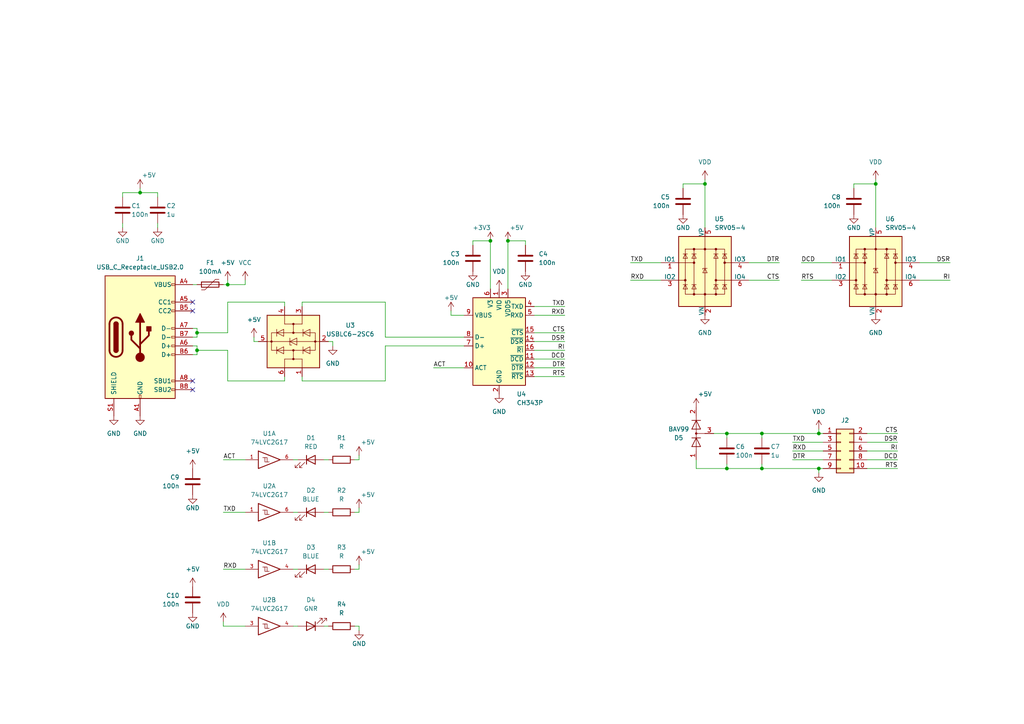
<source format=kicad_sch>
(kicad_sch (version 20211123) (generator eeschema)
  (paper "A4")
  (lib_symbols
    (symbol "74xGxx:74LVC2G17" (pin_names (offset 1.016))
      (property "Reference" "U" (at -2.54 3.81 0))
      (property "Value" "74LVC2G17" (at 0 -3.81 0))
      (symbol "74LVC2G17_0_1"
        (polyline (pts (xy -1.905 0.635) (xy -1.27 0.635) (xy -1.27 -0.635)))
        (polyline (pts (xy -3.81 2.54) (xy -3.81 -2.54) (xy 2.54 0) (xy -3.81 2.54)) (stroke (width 0.254)))
        (polyline (pts (xy -2.54 0.635) (xy -1.905 0.635) (xy -1.905 -0.635) (xy -0.635 -0.635)))
        (pin power_in line (at 0 -2.54 270) (length 0) hide (name "GND") (number "2"))
        (pin power_in line (at 0 2.54 90) (length 0) hide (name "VCC") (number "5"))
      )
      (symbol "74LVC2G17_1_1"
        (pin input line (at -7.62 0 0) (length 3.81) (name "~") (number "1"))
        (pin output line (at 6.35 0 180) (length 3.81) (name "~") (number "6"))
      )
      (symbol "74LVC2G17_2_1"
        (pin input line (at -7.62 0 0) (length 3.81) (name "~") (number "3"))
        (pin output line (at 6.35 0 180) (length 3.81) (name "~") (number "4"))
      )
    )
    (symbol "Connector:USB_C_Receptacle_USB2.0" (pin_names (offset 1.016))
      (property "Reference" "J" (at -10.16 19.05 0))
      (property "Value" "USB_C_Receptacle_USB2.0" (at 19.05 19.05 0))
      (symbol "USB_C_Receptacle_USB2.0_0_0"
        (rectangle (start -0.254 -17.78) (end 0.254 -16.764))
        (rectangle (start 10.16 -14.986) (end 9.144 -15.494))
        (rectangle (start 10.16 -12.446) (end 9.144 -12.954))
        (rectangle (start 10.16 -4.826) (end 9.144 -5.334))
        (rectangle (start 10.16 -2.286) (end 9.144 -2.794))
        (rectangle (start 10.16 0.254) (end 9.144 -0.254))
        (rectangle (start 10.16 2.794) (end 9.144 2.286))
        (rectangle (start 10.16 7.874) (end 9.144 7.366))
        (rectangle (start 10.16 10.414) (end 9.144 9.906))
        (rectangle (start 10.16 15.494) (end 9.144 14.986))
      )
      (symbol "USB_C_Receptacle_USB2.0_0_1"
        (rectangle (start -10.16 17.78) (end 10.16 -17.78) (stroke (width 0.254)) (fill (type background)))
        (arc (start -8.89 -3.81) (mid -6.985 -5.715) (end -5.08 -3.81) (stroke (width 0.508)))
        (arc (start -7.62 -3.81) (mid -6.985 -4.445) (end -6.35 -3.81) (stroke (width 0.254)))
        (arc (start -7.62 -3.81) (mid -6.985 -4.445) (end -6.35 -3.81) (stroke (width 0.254)) (fill (type outline)))
        (rectangle (start -7.62 -3.81) (end -6.35 3.81) (stroke (width 0.254)) (fill (type outline)))
        (arc (start -6.35 3.81) (mid -6.985 4.445) (end -7.62 3.81) (stroke (width 0.254)))
        (arc (start -6.35 3.81) (mid -6.985 4.445) (end -7.62 3.81) (stroke (width 0.254)) (fill (type outline)))
        (arc (start -5.08 3.81) (mid -6.985 5.715) (end -8.89 3.81) (stroke (width 0.508)))
        (circle (center -2.54 1.143) (radius 0.635) (stroke (width 0.254)) (fill (type outline)))
        (circle (center 0 -5.842) (radius 1.27) (fill (type outline)))
        (polyline (pts (xy -8.89 -3.81) (xy -8.89 3.81)) (stroke (width 0.508)))
        (polyline (pts (xy -5.08 3.81) (xy -5.08 -3.81)) (stroke (width 0.508)))
        (polyline (pts (xy 0 -5.842) (xy 0 4.318)) (stroke (width 0.508)))
        (polyline (pts (xy 0 -3.302) (xy -2.54 -0.762) (xy -2.54 0.508)) (stroke (width 0.508)))
        (polyline (pts (xy 0 -2.032) (xy 2.54 0.508) (xy 2.54 1.778)) (stroke (width 0.508)))
        (polyline (pts (xy -1.27 4.318) (xy 0 6.858) (xy 1.27 4.318) (xy -1.27 4.318)) (stroke (width 0.254)) (fill (type outline)))
        (rectangle (start 1.905 1.778) (end 3.175 3.048) (stroke (width 0.254)) (fill (type outline)))
      )
      (symbol "USB_C_Receptacle_USB2.0_1_1"
        (pin passive line (at 0 -22.86 90) (length 5.08) (name "GND") (number "A1"))
        (pin passive line (at 0 -22.86 90) (length 5.08) hide (name "GND") (number "A12"))
        (pin passive line (at 15.24 15.24 180) (length 5.08) (name "VBUS") (number "A4"))
        (pin bidirectional line (at 15.24 10.16 180) (length 5.08) (name "CC1") (number "A5"))
        (pin bidirectional line (at 15.24 -2.54 180) (length 5.08) (name "D+") (number "A6"))
        (pin bidirectional line (at 15.24 2.54 180) (length 5.08) (name "D-") (number "A7"))
        (pin bidirectional line (at 15.24 -12.7 180) (length 5.08) (name "SBU1") (number "A8"))
        (pin passive line (at 15.24 15.24 180) (length 5.08) hide (name "VBUS") (number "A9"))
        (pin passive line (at 0 -22.86 90) (length 5.08) hide (name "GND") (number "B1"))
        (pin passive line (at 0 -22.86 90) (length 5.08) hide (name "GND") (number "B12"))
        (pin passive line (at 15.24 15.24 180) (length 5.08) hide (name "VBUS") (number "B4"))
        (pin bidirectional line (at 15.24 7.62 180) (length 5.08) (name "CC2") (number "B5"))
        (pin bidirectional line (at 15.24 -5.08 180) (length 5.08) (name "D+") (number "B6"))
        (pin bidirectional line (at 15.24 0 180) (length 5.08) (name "D-") (number "B7"))
        (pin bidirectional line (at 15.24 -15.24 180) (length 5.08) (name "SBU2") (number "B8"))
        (pin passive line (at 15.24 15.24 180) (length 5.08) hide (name "VBUS") (number "B9"))
        (pin passive line (at -7.62 -22.86 90) (length 5.08) (name "SHIELD") (number "S1"))
      )
    )
    (symbol "Connector_Generic:Conn_02x05_Odd_Even" (pin_names (offset 1.016) hide)
      (property "Reference" "J" (at 1.27 7.62 0))
      (property "Value" "Conn_02x05_Odd_Even" (at 1.27 -7.62 0))
      (symbol "Conn_02x05_Odd_Even_1_1"
        (rectangle (start -1.27 -4.953) (end 0 -5.207) (stroke (width 0.1524)))
        (rectangle (start -1.27 -2.413) (end 0 -2.667) (stroke (width 0.1524)))
        (rectangle (start -1.27 0.127) (end 0 -0.127) (stroke (width 0.1524)))
        (rectangle (start -1.27 2.667) (end 0 2.413) (stroke (width 0.1524)))
        (rectangle (start -1.27 5.207) (end 0 4.953) (stroke (width 0.1524)))
        (rectangle (start -1.27 6.35) (end 3.81 -6.35) (stroke (width 0.254)) (fill (type background)))
        (rectangle (start 3.81 -4.953) (end 2.54 -5.207) (stroke (width 0.1524)))
        (rectangle (start 3.81 -2.413) (end 2.54 -2.667) (stroke (width 0.1524)))
        (rectangle (start 3.81 0.127) (end 2.54 -0.127) (stroke (width 0.1524)))
        (rectangle (start 3.81 2.667) (end 2.54 2.413) (stroke (width 0.1524)))
        (rectangle (start 3.81 5.207) (end 2.54 4.953) (stroke (width 0.1524)))
        (pin passive line (at -5.08 5.08 0) (length 3.81) (name "Pin_1") (number "1"))
        (pin passive line (at 7.62 -5.08 180) (length 3.81) (name "Pin_10") (number "10"))
        (pin passive line (at 7.62 5.08 180) (length 3.81) (name "Pin_2") (number "2"))
        (pin passive line (at -5.08 2.54 0) (length 3.81) (name "Pin_3") (number "3"))
        (pin passive line (at 7.62 2.54 180) (length 3.81) (name "Pin_4") (number "4"))
        (pin passive line (at -5.08 0 0) (length 3.81) (name "Pin_5") (number "5"))
        (pin passive line (at 7.62 0 180) (length 3.81) (name "Pin_6") (number "6"))
        (pin passive line (at -5.08 -2.54 0) (length 3.81) (name "Pin_7") (number "7"))
        (pin passive line (at 7.62 -2.54 180) (length 3.81) (name "Pin_8") (number "8"))
        (pin passive line (at -5.08 -5.08 0) (length 3.81) (name "Pin_9") (number "9"))
      )
    )
    (symbol "Device:C" (pin_numbers hide) (pin_names (offset 0.254))
      (property "Reference" "C" (at 0.635 2.54 0))
      (property "Value" "C" (at 0.635 -2.54 0))
      (symbol "C_0_1"
        (polyline (pts (xy -2.032 -0.762) (xy 2.032 -0.762)) (stroke (width 0.508)))
        (polyline (pts (xy -2.032 0.762) (xy 2.032 0.762)) (stroke (width 0.508)))
      )
      (symbol "C_1_1"
        (pin passive line (at 0 3.81 270) (length 2.794) (name "~") (number "1"))
        (pin passive line (at 0 -3.81 90) (length 2.794) (name "~") (number "2"))
      )
    )
    (symbol "Device:LED" (pin_numbers hide) (pin_names (offset 1.016) hide)
      (property "Reference" "D" (at 0 2.54 0))
      (property "Value" "LED" (at 0 -2.54 0))
      (symbol "LED_0_1"
        (polyline (pts (xy -1.27 -1.27) (xy -1.27 1.27)) (stroke (width 0.254)))
        (polyline (pts (xy -1.27 0) (xy 1.27 0)))
        (polyline (pts (xy 1.27 -1.27) (xy 1.27 1.27) (xy -1.27 0) (xy 1.27 -1.27)) (stroke (width 0.254)))
        (polyline (pts (xy -3.048 -0.762) (xy -4.572 -2.286) (xy -3.81 -2.286) (xy -4.572 -2.286) (xy -4.572 -1.524)))
        (polyline (pts (xy -1.778 -0.762) (xy -3.302 -2.286) (xy -2.54 -2.286) (xy -3.302 -2.286) (xy -3.302 -1.524)))
      )
      (symbol "LED_1_1"
        (pin passive line (at -3.81 0 0) (length 2.54) (name "K") (number "1"))
        (pin passive line (at 3.81 0 180) (length 2.54) (name "A") (number "2"))
      )
    )
    (symbol "Device:Polyfuse" (pin_numbers hide) (pin_names (offset 0))
      (property "Reference" "F" (at -2.54 0 90))
      (property "Value" "Polyfuse" (at 2.54 0 90))
      (symbol "Polyfuse_0_1"
        (rectangle (start -0.762 2.54) (end 0.762 -2.54) (stroke (width 0.254)))
        (polyline (pts (xy 0 2.54) (xy 0 -2.54)))
        (polyline (pts (xy -1.524 2.54) (xy -1.524 1.524) (xy 1.524 -1.524) (xy 1.524 -2.54)))
      )
      (symbol "Polyfuse_1_1"
        (pin passive line (at 0 3.81 270) (length 1.27) (name "~") (number "1"))
        (pin passive line (at 0 -3.81 90) (length 1.27) (name "~") (number "2"))
      )
    )
    (symbol "Device:R" (pin_numbers hide) (pin_names (offset 0))
      (property "Reference" "R" (at 2.032 0 90))
      (property "Value" "R" (at 0 0 90))
      (symbol "R_0_1"
        (rectangle (start -1.016 -2.54) (end 1.016 2.54) (stroke (width 0.254)))
      )
      (symbol "R_1_1"
        (pin passive line (at 0 3.81 270) (length 1.27) (name "~") (number "1"))
        (pin passive line (at 0 -3.81 90) (length 1.27) (name "~") (number "2"))
      )
    )
    (symbol "Diode:BAV99" (pin_names hide)
      (property "Reference" "D" (at 0 5.08 0))
      (property "Value" "BAV99" (at 0 2.54 0))
      (symbol "BAV99_0_1"
        (polyline (pts (xy -5.08 0) (xy 5.08 0)))
      )
      (symbol "BAV99_1_1"
        (polyline (pts (xy 0 0) (xy 0 -2.54)))
        (polyline (pts (xy -1.27 -1.27) (xy -1.27 1.27) (xy -1.27 1.27)) (stroke (width 0.2032)))
        (polyline (pts (xy 3.81 1.27) (xy 3.81 -1.27) (xy 3.81 -1.27)) (stroke (width 0.2032)))
        (polyline (pts (xy -3.81 1.27) (xy -1.27 0) (xy -3.81 -1.27) (xy -3.81 1.27) (xy -3.81 1.27) (xy -3.81 1.27)) (stroke (width 0.2032)))
        (polyline (pts (xy 1.27 1.27) (xy 3.81 0) (xy 1.27 -1.27) (xy 1.27 1.27) (xy 1.27 1.27) (xy 1.27 1.27)) (stroke (width 0.2032)))
        (circle (center 0 0) (radius 0.254) (fill (type outline)))
        (pin passive line (at -7.62 0 0) (length 2.54) (name "K") (number "1"))
        (pin passive line (at 7.62 0 180) (length 2.54) (name "A") (number "2"))
        (pin passive line (at 0 -5.08 90) (length 2.54) (name "K") (number "3"))
      )
    )
    (symbol "Power_Protection:SRV05-4" (pin_names (offset 0))
      (property "Reference" "U" (at -5.08 11.43 0))
      (property "Value" "SRV05-4" (at 2.54 11.43 0))
      (symbol "SRV05-4_0_0"
        (rectangle (start -5.715 6.477) (end 5.715 -6.604))
        (polyline (pts (xy -3.175 -6.604) (xy -3.175 6.477)))
        (polyline (pts (xy 3.175 6.477) (xy 3.175 -6.604)))
      )
      (symbol "SRV05-4_0_1"
        (rectangle (start -7.62 10.16) (end 7.62 -10.16) (stroke (width 0.254)) (fill (type background)))
        (circle (center -5.715 -2.54) (radius 0.2794) (fill (type outline)))
        (circle (center -3.175 -6.604) (radius 0.2794) (fill (type outline)))
        (circle (center -3.175 2.54) (radius 0.2794) (fill (type outline)))
        (circle (center -3.175 6.477) (radius 0.2794) (fill (type outline)))
        (circle (center 0 -6.604) (radius 0.2794) (fill (type outline)))
        (polyline (pts (xy -7.747 2.54) (xy -3.175 2.54)))
        (polyline (pts (xy -7.62 -2.54) (xy -5.715 -2.54)))
        (polyline (pts (xy -5.08 -3.81) (xy -6.35 -3.81)))
        (polyline (pts (xy -5.08 5.08) (xy -6.35 5.08)))
        (polyline (pts (xy -2.54 -3.81) (xy -3.81 -3.81)))
        (polyline (pts (xy -2.54 5.08) (xy -3.81 5.08)))
        (polyline (pts (xy 0 10.16) (xy 0 -10.16)))
        (polyline (pts (xy 3.81 -3.81) (xy 2.54 -3.81)))
        (polyline (pts (xy 3.81 5.08) (xy 2.54 5.08)))
        (polyline (pts (xy 6.35 -3.81) (xy 5.08 -3.81)))
        (polyline (pts (xy 6.35 5.08) (xy 5.08 5.08)))
        (polyline (pts (xy 7.62 -2.54) (xy 3.175 -2.54)))
        (polyline (pts (xy 7.62 2.54) (xy 5.715 2.54)))
        (polyline (pts (xy 0.635 0.889) (xy -0.635 0.889) (xy -0.635 0.635)))
        (polyline (pts (xy -5.08 -5.08) (xy -6.35 -5.08) (xy -5.715 -3.81) (xy -5.08 -5.08)))
        (polyline (pts (xy -5.08 3.81) (xy -6.35 3.81) (xy -5.715 5.08) (xy -5.08 3.81)))
        (polyline (pts (xy -2.54 -5.08) (xy -3.81 -5.08) (xy -3.175 -3.81) (xy -2.54 -5.08)))
        (polyline (pts (xy -2.54 3.81) (xy -3.81 3.81) (xy -3.175 5.08) (xy -2.54 3.81)))
        (polyline (pts (xy 0.635 -0.381) (xy -0.635 -0.381) (xy 0 0.889) (xy 0.635 -0.381)))
        (polyline (pts (xy 3.81 -5.08) (xy 2.54 -5.08) (xy 3.175 -3.81) (xy 3.81 -5.08)))
        (polyline (pts (xy 3.81 3.81) (xy 2.54 3.81) (xy 3.175 5.08) (xy 3.81 3.81)))
        (polyline (pts (xy 6.35 -5.08) (xy 5.08 -5.08) (xy 5.715 -3.81) (xy 6.35 -5.08)))
        (polyline (pts (xy 6.35 3.81) (xy 5.08 3.81) (xy 5.715 5.08) (xy 6.35 3.81)))
        (circle (center 0 6.477) (radius 0.2794) (fill (type outline)))
        (circle (center 3.175 -6.604) (radius 0.2794) (fill (type outline)))
        (circle (center 3.175 -2.54) (radius 0.2794) (fill (type outline)))
        (circle (center 3.175 6.477) (radius 0.2794) (fill (type outline)))
        (circle (center 5.715 2.54) (radius 0.2794) (fill (type outline)))
      )
      (symbol "SRV05-4_1_1"
        (pin passive line (at -12.7 2.54 0) (length 5.08) (name "IO1") (number "1"))
        (pin passive line (at 0 -12.7 90) (length 2.54) (name "VN") (number "2"))
        (pin passive line (at -12.7 -2.54 0) (length 5.08) (name "IO2") (number "3"))
        (pin passive line (at 12.7 2.54 180) (length 5.08) (name "IO3") (number "4"))
        (pin passive line (at 0 12.7 270) (length 2.54) (name "VP") (number "5"))
        (pin passive line (at 12.7 -2.54 180) (length 5.08) (name "IO4") (number "6"))
      )
    )
    (symbol "Power_Protection:USBLC6-2SC6" (pin_names hide)
      (property "Reference" "U" (at 2.54 8.89 0))
      (property "Value" "USBLC6-2SC6" (at 2.54 -8.89 0))
      (symbol "USBLC6-2SC6_0_1"
        (rectangle (start -7.62 -7.62) (end 7.62 7.62) (stroke (width 0.254)) (fill (type background)))
        (circle (center -5.08 0) (radius 0.254) (fill (type outline)))
        (circle (center -2.54 0) (radius 0.254) (fill (type outline)))
        (rectangle (start -2.54 6.35) (end 2.54 -6.35))
        (circle (center 0 -6.35) (radius 0.254) (fill (type outline)))
        (polyline (pts (xy -5.08 -2.54) (xy -7.62 -2.54)))
        (polyline (pts (xy -5.08 0) (xy -5.08 -2.54)))
        (polyline (pts (xy -5.08 2.54) (xy -7.62 2.54)))
        (polyline (pts (xy -1.524 -2.794) (xy -3.556 -2.794)))
        (polyline (pts (xy -1.524 4.826) (xy -3.556 4.826)))
        (polyline (pts (xy 0 -7.62) (xy 0 -6.35)))
        (polyline (pts (xy 0 -6.35) (xy 0 1.27)))
        (polyline (pts (xy 0 1.27) (xy 0 6.35)))
        (polyline (pts (xy 0 6.35) (xy 0 7.62)))
        (polyline (pts (xy 1.524 -2.794) (xy 3.556 -2.794)))
        (polyline (pts (xy 1.524 4.826) (xy 3.556 4.826)))
        (polyline (pts (xy 5.08 -2.54) (xy 7.62 -2.54)))
        (polyline (pts (xy 5.08 0) (xy 5.08 -2.54)))
        (polyline (pts (xy 5.08 2.54) (xy 7.62 2.54)))
        (polyline (pts (xy -2.54 0) (xy -5.08 0) (xy -5.08 2.54)))
        (polyline (pts (xy 2.54 0) (xy 5.08 0) (xy 5.08 2.54)))
        (polyline (pts (xy -3.556 -4.826) (xy -1.524 -4.826) (xy -2.54 -2.794) (xy -3.556 -4.826)))
        (polyline (pts (xy -3.556 2.794) (xy -1.524 2.794) (xy -2.54 4.826) (xy -3.556 2.794)))
        (polyline (pts (xy -1.016 -1.016) (xy 1.016 -1.016) (xy 0 1.016) (xy -1.016 -1.016)))
        (polyline (pts (xy 1.016 1.016) (xy 0.762 1.016) (xy -1.016 1.016) (xy -1.016 0.508)))
        (polyline (pts (xy 3.556 -4.826) (xy 1.524 -4.826) (xy 2.54 -2.794) (xy 3.556 -4.826)))
        (polyline (pts (xy 3.556 2.794) (xy 1.524 2.794) (xy 2.54 4.826) (xy 3.556 2.794)))
        (circle (center 0 6.35) (radius 0.254) (fill (type outline)))
        (circle (center 2.54 0) (radius 0.254) (fill (type outline)))
        (circle (center 5.08 0) (radius 0.254) (fill (type outline)))
      )
      (symbol "USBLC6-2SC6_1_1"
        (pin passive line (at -10.16 -2.54 0) (length 2.54) (name "I/O1") (number "1"))
        (pin passive line (at 0 -10.16 90) (length 2.54) (name "GND") (number "2"))
        (pin passive line (at 10.16 -2.54 180) (length 2.54) (name "I/O2") (number "3"))
        (pin passive line (at 10.16 2.54 180) (length 2.54) (name "I/O2") (number "4"))
        (pin passive line (at 0 10.16 270) (length 2.54) (name "VBUS") (number "5"))
        (pin passive line (at -10.16 2.54 0) (length 2.54) (name "I/O1") (number "6"))
      )
    )
    (symbol "power:+3V3" (power) (pin_names (offset 0))
      (property "Value" "+3V3" (at 0 3.556 0))
      (symbol "+3V3_0_1"
        (polyline (pts (xy -0.762 1.27) (xy 0 2.54)))
        (polyline (pts (xy 0 0) (xy 0 2.54)))
        (polyline (pts (xy 0 2.54) (xy 0.762 1.27)))
      )
      (symbol "+3V3_1_1"
        (pin power_in line (at 0 0 90) (length 0) hide (name "+3V3") (number "1"))
      )
    )
    (symbol "power:+5V" (power) (pin_names (offset 0))
      (property "Value" "+5V" (at 0 3.556 0))
      (symbol "+5V_0_1"
        (polyline (pts (xy -0.762 1.27) (xy 0 2.54)))
        (polyline (pts (xy 0 0) (xy 0 2.54)))
        (polyline (pts (xy 0 2.54) (xy 0.762 1.27)))
      )
      (symbol "+5V_1_1"
        (pin power_in line (at 0 0 90) (length 0) hide (name "+5V") (number "1"))
      )
    )
    (symbol "power:GND" (power) (pin_names (offset 0))
      (property "Value" "GND" (at 0 -3.81 0))
      (symbol "GND_0_1"
        (polyline (pts (xy 0 0) (xy 0 -1.27) (xy 1.27 -1.27) (xy 0 -2.54) (xy -1.27 -1.27) (xy 0 -1.27)))
      )
      (symbol "GND_1_1"
        (pin power_in line (at 0 0 270) (length 0) hide (name "GND") (number "1"))
      )
    )
    (symbol "power:VCC" (power) (pin_names (offset 0))
      (property "Value" "VCC" (at 0 3.81 0))
      (symbol "VCC_0_1"
        (polyline (pts (xy -0.762 1.27) (xy 0 2.54)))
        (polyline (pts (xy 0 0) (xy 0 2.54)))
        (polyline (pts (xy 0 2.54) (xy 0.762 1.27)))
      )
      (symbol "VCC_1_1"
        (pin power_in line (at 0 0 90) (length 0) hide (name "VCC") (number "1"))
      )
    )
    (symbol "power:VDD" (power) (pin_names (offset 0))
      (property "Value" "VDD" (at 0 3.81 0))
      (symbol "VDD_0_1"
        (polyline (pts (xy -0.762 1.27) (xy 0 2.54)))
        (polyline (pts (xy 0 0) (xy 0 2.54)))
        (polyline (pts (xy 0 2.54) (xy 0.762 1.27)))
      )
      (symbol "VDD_1_1"
        (pin power_in line (at 0 0 90) (length 0) hide (name "VDD") (number "1"))
      )
    )
    (symbol "wch:CH343P"
      (property "Reference" "U?" (at 2.0194 -15.24 0))
      (property "Value" "CH343P" (at 2.0194 -17.78 0))
      (symbol "CH343P_0_1"
        (rectangle (start -7.62 12.7) (end 7.62 -12.7) (stroke (width 0.254)) (fill (type background)))
      )
      (symbol "CH343P_1_1"
        (pin power_in line (at 0 15.24 270) (length 2.54) (name "VIO") (number "1"))
        (pin input line (at -10.16 -7.62 0) (length 2.54) (name "ACT") (number "10"))
        (pin input line (at 10.16 -5.08 180) (length 2.54) (name "~{DCD}") (number "11"))
        (pin output line (at 10.16 -7.62 180) (length 2.54) (name "~{DTR}") (number "12"))
        (pin output line (at 10.16 -10.16 180) (length 2.54) (name "~{RTS}") (number "13"))
        (pin input line (at 10.16 0 180) (length 2.54) (name "~{DSR}") (number "14"))
        (pin input line (at 10.16 2.54 180) (length 2.54) (name "~{CTS}") (number "15"))
        (pin input line (at 10.16 -2.54 180) (length 2.54) (name "~{RI}") (number "16"))
        (pin power_in line (at 0 -15.24 90) (length 2.54) hide (name "GND") (number "17"))
        (pin power_in line (at 0 -15.24 90) (length 2.54) (name "GND") (number "2"))
        (pin passive line (at 2.54 15.24 270) (length 2.54) (name "VDD5") (number "3"))
        (pin output line (at 10.16 10.16 180) (length 2.54) (name "TXD") (number "4"))
        (pin input line (at 10.16 7.62 180) (length 2.54) (name "RXD") (number "5"))
        (pin passive line (at -2.54 15.24 270) (length 2.54) (name "V3") (number "6"))
        (pin bidirectional line (at -10.16 -1.27 0) (length 2.54) (name "D+") (number "7"))
        (pin bidirectional line (at -10.16 1.27 0) (length 2.54) (name "D-") (number "8"))
        (pin input line (at -10.16 7.62 0) (length 2.54) (name "VBUS") (number "9"))
      )
    )
  )
  (junction (at 57.15 96.52))
  (junction (at 237.49 135.89))
  (junction (at 210.82 125.73))
  (junction (at 57.15 101.6))
  (junction (at 66.04 82.55))
  (junction (at 40.64 55.88))
  (junction (at 220.98 135.89))
  (junction (at 220.98 125.73))
  (junction (at 237.49 125.73))
  (junction (at 254 53.34))
  (junction (at 204.47 53.34))
  (junction (at 147.32 69.85))
  (junction (at 210.82 135.89))
  (junction (at 142.24 69.85))
  (no_connect (at 55.88 113.03))
  (no_connect (at 55.88 90.17))
  (no_connect (at 55.88 87.63))
  (no_connect (at 55.88 110.49))
  (wire (pts (xy 154.94 106.68) (xy 163.83 106.68)))
  (wire (pts (xy 210.82 135.89) (xy 220.98 135.89)))
  (wire (pts (xy 66.04 87.63) (xy 82.55 87.63)))
  (wire (pts (xy 64.77 148.59) (xy 71.12 148.59)))
  (wire (pts (xy 66.04 110.49) (xy 82.55 110.49)))
  (wire (pts (xy 111.76 97.79) (xy 111.76 87.63)))
  (wire (pts (xy 154.94 109.22) (xy 163.83 109.22)))
  (wire (pts (xy 154.94 104.14) (xy 163.83 104.14)))
  (wire (pts (xy 247.65 53.34) (xy 254 53.34)))
  (wire (pts (xy 104.14 181.61) (xy 104.14 182.88)))
  (wire (pts (xy 142.24 83.82) (xy 142.24 69.85)))
  (wire (pts (xy 57.15 96.52) (xy 66.04 96.52)))
  (wire (pts (xy 254 53.34) (xy 254 66.04)))
  (wire (pts (xy 93.98 165.1) (xy 95.25 165.1)))
  (wire (pts (xy 238.76 128.27) (xy 229.87 128.27)))
  (wire (pts (xy 204.47 53.34) (xy 204.47 66.04)))
  (wire (pts (xy 35.56 55.88) (xy 40.64 55.88)))
  (wire (pts (xy 87.63 109.22) (xy 87.63 110.49)))
  (wire (pts (xy 251.46 133.35) (xy 260.35 133.35)))
  (wire (pts (xy 111.76 87.63) (xy 87.63 87.63)))
  (wire (pts (xy 102.87 181.61) (xy 104.14 181.61)))
  (wire (pts (xy 247.65 54.61) (xy 247.65 53.34)))
  (wire (pts (xy 147.32 69.85) (xy 152.4 69.85)))
  (wire (pts (xy 147.32 83.82) (xy 147.32 69.85)))
  (wire (pts (xy 198.12 53.34) (xy 204.47 53.34)))
  (wire (pts (xy 55.88 95.25) (xy 57.15 95.25)))
  (wire (pts (xy 45.72 55.88) (xy 45.72 57.15)))
  (wire (pts (xy 40.64 54.61) (xy 40.64 55.88)))
  (wire (pts (xy 66.04 96.52) (xy 66.04 87.63)))
  (wire (pts (xy 191.77 81.28) (xy 182.88 81.28)))
  (wire (pts (xy 207.01 125.73) (xy 210.82 125.73)))
  (wire (pts (xy 241.3 81.28) (xy 232.41 81.28)))
  (wire (pts (xy 82.55 87.63) (xy 82.55 88.9)))
  (wire (pts (xy 57.15 97.79) (xy 55.88 97.79)))
  (wire (pts (xy 134.62 97.79) (xy 111.76 97.79)))
  (wire (pts (xy 73.66 99.06) (xy 73.66 97.79)))
  (wire (pts (xy 66.04 101.6) (xy 66.04 110.49)))
  (wire (pts (xy 198.12 54.61) (xy 198.12 53.34)))
  (wire (pts (xy 104.14 148.59) (xy 104.14 147.32)))
  (wire (pts (xy 251.46 125.73) (xy 260.35 125.73)))
  (wire (pts (xy 64.77 165.1) (xy 71.12 165.1)))
  (wire (pts (xy 210.82 135.89) (xy 201.93 135.89)))
  (wire (pts (xy 130.81 91.44) (xy 134.62 91.44)))
  (wire (pts (xy 40.64 55.88) (xy 45.72 55.88)))
  (wire (pts (xy 64.77 82.55) (xy 66.04 82.55)))
  (wire (pts (xy 35.56 64.77) (xy 35.56 66.04)))
  (wire (pts (xy 102.87 165.1) (xy 104.14 165.1)))
  (wire (pts (xy 57.15 96.52) (xy 57.15 97.79)))
  (wire (pts (xy 87.63 110.49) (xy 111.76 110.49)))
  (wire (pts (xy 137.16 69.85) (xy 137.16 71.12)))
  (wire (pts (xy 238.76 130.81) (xy 229.87 130.81)))
  (wire (pts (xy 220.98 125.73) (xy 220.98 127)))
  (wire (pts (xy 64.77 181.61) (xy 71.12 181.61)))
  (wire (pts (xy 251.46 128.27) (xy 260.35 128.27)))
  (wire (pts (xy 238.76 125.73) (xy 237.49 125.73)))
  (wire (pts (xy 102.87 133.35) (xy 104.14 133.35)))
  (wire (pts (xy 154.94 91.44) (xy 163.83 91.44)))
  (wire (pts (xy 238.76 133.35) (xy 229.87 133.35)))
  (wire (pts (xy 266.7 76.2) (xy 275.59 76.2)))
  (wire (pts (xy 66.04 81.28) (xy 66.04 82.55)))
  (wire (pts (xy 96.52 99.06) (xy 96.52 100.33)))
  (wire (pts (xy 45.72 64.77) (xy 45.72 66.04)))
  (wire (pts (xy 85.09 133.35) (xy 86.36 133.35)))
  (wire (pts (xy 104.14 133.35) (xy 104.14 132.08)))
  (wire (pts (xy 64.77 180.34) (xy 64.77 181.61)))
  (wire (pts (xy 154.94 96.52) (xy 163.83 96.52)))
  (wire (pts (xy 154.94 101.6) (xy 163.83 101.6)))
  (wire (pts (xy 55.88 100.33) (xy 57.15 100.33)))
  (wire (pts (xy 93.98 148.59) (xy 95.25 148.59)))
  (wire (pts (xy 95.25 99.06) (xy 96.52 99.06)))
  (wire (pts (xy 191.77 76.2) (xy 182.88 76.2)))
  (wire (pts (xy 104.14 165.1) (xy 104.14 163.83)))
  (wire (pts (xy 57.15 101.6) (xy 66.04 101.6)))
  (wire (pts (xy 93.98 133.35) (xy 95.25 133.35)))
  (wire (pts (xy 241.3 76.2) (xy 232.41 76.2)))
  (wire (pts (xy 266.7 81.28) (xy 275.59 81.28)))
  (wire (pts (xy 220.98 135.89) (xy 237.49 135.89)))
  (wire (pts (xy 237.49 125.73) (xy 237.49 124.46)))
  (wire (pts (xy 217.17 76.2) (xy 226.06 76.2)))
  (wire (pts (xy 238.76 135.89) (xy 237.49 135.89)))
  (wire (pts (xy 154.94 99.06) (xy 163.83 99.06)))
  (wire (pts (xy 204.47 52.07) (xy 204.47 53.34)))
  (wire (pts (xy 220.98 125.73) (xy 210.82 125.73)))
  (wire (pts (xy 152.4 69.85) (xy 152.4 71.12)))
  (wire (pts (xy 220.98 135.89) (xy 220.98 134.62)))
  (wire (pts (xy 217.17 81.28) (xy 226.06 81.28)))
  (wire (pts (xy 142.24 69.85) (xy 137.16 69.85)))
  (wire (pts (xy 71.12 81.28) (xy 71.12 82.55)))
  (wire (pts (xy 134.62 106.68) (xy 125.73 106.68)))
  (wire (pts (xy 35.56 57.15) (xy 35.56 55.88)))
  (wire (pts (xy 237.49 135.89) (xy 237.49 137.16)))
  (wire (pts (xy 82.55 110.49) (xy 82.55 109.22)))
  (wire (pts (xy 85.09 148.59) (xy 86.36 148.59)))
  (wire (pts (xy 57.15 101.6) (xy 57.15 102.87)))
  (wire (pts (xy 57.15 100.33) (xy 57.15 101.6)))
  (wire (pts (xy 201.93 135.89) (xy 201.93 133.35)))
  (wire (pts (xy 130.81 91.44) (xy 130.81 90.17)))
  (wire (pts (xy 111.76 110.49) (xy 111.76 100.33)))
  (wire (pts (xy 85.09 165.1) (xy 86.36 165.1)))
  (wire (pts (xy 93.98 181.61) (xy 95.25 181.61)))
  (wire (pts (xy 74.93 99.06) (xy 73.66 99.06)))
  (wire (pts (xy 237.49 125.73) (xy 220.98 125.73)))
  (wire (pts (xy 254 52.07) (xy 254 53.34)))
  (wire (pts (xy 71.12 82.55) (xy 66.04 82.55)))
  (wire (pts (xy 210.82 125.73) (xy 210.82 127)))
  (wire (pts (xy 57.15 102.87) (xy 55.88 102.87)))
  (wire (pts (xy 102.87 148.59) (xy 104.14 148.59)))
  (wire (pts (xy 85.09 181.61) (xy 86.36 181.61)))
  (wire (pts (xy 210.82 135.89) (xy 210.82 134.62)))
  (wire (pts (xy 154.94 88.9) (xy 163.83 88.9)))
  (wire (pts (xy 87.63 87.63) (xy 87.63 88.9)))
  (wire (pts (xy 64.77 133.35) (xy 71.12 133.35)))
  (wire (pts (xy 55.88 82.55) (xy 57.15 82.55)))
  (wire (pts (xy 111.76 100.33) (xy 134.62 100.33)))
  (wire (pts (xy 251.46 130.81) (xy 260.35 130.81)))
  (wire (pts (xy 251.46 135.89) (xy 260.35 135.89)))
  (wire (pts (xy 57.15 95.25) (xy 57.15 96.52)))
  (label "RXD" (at 229.87 130.81 0))
  (label "DCD" (at 260.35 133.35 180))
  (label "ACT" (at 125.73 106.68 0))
  (label "RI" (at 163.83 101.6 180))
  (label "RXD" (at 64.77 165.1 0))
  (label "DTR" (at 163.83 106.68 180))
  (label "CTS" (at 226.06 81.28 180))
  (label "RI" (at 275.59 81.28 180))
  (label "TXD" (at 64.77 148.59 0))
  (label "DCD" (at 163.83 104.14 180))
  (label "RTS" (at 260.35 135.89 180))
  (label "CTS" (at 260.35 125.73 180))
  (label "TXD" (at 182.88 76.2 0))
  (label "DSR" (at 260.35 128.27 180))
  (label "DSR" (at 163.83 99.06 180))
  (label "TXD" (at 229.87 128.27 0))
  (label "TXD" (at 163.83 88.9 180))
  (label "ACT" (at 64.77 133.35 0))
  (label "DTR" (at 226.06 76.2 180))
  (label "RTS" (at 232.41 81.28 0))
  (label "RTS" (at 163.83 109.22 180))
  (label "CTS" (at 163.83 96.52 180))
  (label "RI" (at 260.35 130.81 180))
  (label "DTR" (at 229.87 133.35 0))
  (label "DCD" (at 232.41 76.2 0))
  (label "RXD" (at 182.88 81.28 0))
  (label "DSR" (at 275.59 76.2 180))
  (label "RXD" (at 163.83 91.44 180))
  (symbol (lib_id "Device:C") (at 210.82 130.81 0) (unit 1)
    (property "Reference" "C6" (at 213.36 129.54 0) (effects (justify left)))
    (property "Value" "100n" (at 213.36 132.08 0) (effects (justify left)))
    (property "Footprint" "Capacitor_SMD:C_0603_1608Metric" (effects hide))
  )
  (symbol (lib_id "power:VDD") (at 254 52.07 0) (unit 1)
    (property "Reference" "#PWR0105" (effects hide))
    (property "Value" "VDD" (at 254 46.99 0))
  )
  (symbol (lib_id "power:GND") (at 45.72 66.04 0) (unit 1)
    (property "Reference" "#PWR0120" (effects hide))
    (property "Value" "GND" (at 45.72 69.85 0))
  )
  (symbol (lib_id "Device:R") (at 99.06 148.59 90) (unit 1)
    (property "Reference" "R2" (at 99.06 142.24 90))
    (property "Value" "R" (at 99.06 144.78 90))
    (property "Footprint" "Resistor_SMD:R_0603_1608Metric" (effects hide))
  )
  (symbol (lib_id "Device:C") (at 45.72 60.96 0) (unit 1)
    (property "Reference" "C2" (at 48.26 59.69 0) (effects (justify left)))
    (property "Value" "1u" (at 48.26 62.23 0) (effects (justify left)))
    (property "Footprint" "Capacitor_SMD:C_0603_1608Metric" (effects hide))
  )
  (symbol (lib_id "Device:R") (at 99.06 133.35 90) (unit 1)
    (property "Reference" "R1" (at 99.06 127 90))
    (property "Value" "R" (at 99.06 129.54 90))
    (property "Footprint" "Resistor_SMD:R_0603_1608Metric" (effects hide))
  )
  (symbol (lib_id "74xGxx:74LVC2G17") (at 78.74 181.61 0) (unit 2)
    (property "Reference" "U2" (at 78.105 173.99 0))
    (property "Value" "74LVC2G17" (at 78.105 176.53 0))
    (property "Footprint" "Package_SO:TSOP-6_1.65x3.05mm_P0.95mm" (effects hide))
    (property "Datasheet" "http://www.ti.com/lit/sg/scyt129e/scyt129e.pdf" (effects hide))
  )
  (symbol (lib_id "power:VDD") (at 64.77 180.34 0) (unit 1)
    (property "Reference" "#PWR0126" (effects hide))
    (property "Value" "VDD" (at 64.77 175.26 0))
  )
  (symbol (lib_id "Device:C") (at 152.4 74.93 0) (unit 1)
    (property "Reference" "C4" (at 156.21 73.6599 0) (effects (justify left)))
    (property "Value" "100n" (at 156.21 76.1999 0) (effects (justify left)))
    (property "Footprint" "Capacitor_SMD:C_0603_1608Metric" (effects hide))
  )
  (symbol (lib_id "power:VDD") (at 144.78 83.82 0) (unit 1)
    (property "Reference" "#PWR0108" (effects hide))
    (property "Value" "VDD" (at 144.78 78.74 0))
  )
  (symbol (lib_id "Device:LED") (at 90.17 165.1 0) (unit 1)
    (property "Reference" "D3" (at 90.17 158.75 0))
    (property "Value" "BLUE" (at 90.17 161.29 0))
    (property "Footprint" "LED_SMD:LED_0603_1608Metric" (effects hide))
  )
  (symbol (lib_id "Device:C") (at 137.16 74.93 0) (mirror y) (unit 1)
    (property "Reference" "C3" (at 133.35 73.6599 0) (effects (justify left)))
    (property "Value" "100n" (at 133.35 76.1999 0) (effects (justify left)))
    (property "Footprint" "Capacitor_SMD:C_0603_1608Metric" (effects hide))
  )
  (symbol (lib_id "power:GND") (at 96.52 100.33 0) (unit 1)
    (property "Reference" "#PWR0130" (effects hide))
    (property "Value" "GND" (at 96.52 105.41 0))
  )
  (symbol (lib_id "power:+5V") (at 40.64 54.61 0) (unit 1)
    (property "Reference" "#PWR0119" (effects hide))
    (property "Value" "+5V" (at 43.18 50.8 0))
  )
  (symbol (lib_id "Connector:USB_C_Receptacle_USB2.0") (at 40.64 97.79 0) (unit 1)
    (property "Reference" "J1" (at 40.64 74.93 0))
    (property "Value" "USB_C_Receptacle_USB2.0" (at 40.64 77.47 0))
    (property "Footprint" "Connector_USB:USB_C_Receptacle_XKB_U262-16XN-4BVC11" (effects hide))
    (property "Datasheet" "https://www.usb.org/sites/default/files/documents/usb_type-c.zip" (effects hide))
  )
  (symbol (lib_id "power:GND") (at 55.88 177.8 0) (mirror y) (unit 1)
    (property "Reference" "#PWR04" (effects hide))
    (property "Value" "GND" (at 55.88 181.61 0))
  )
  (symbol (lib_id "power:GND") (at 204.47 91.44 0) (unit 1)
    (property "Reference" "#PWR0106" (effects hide))
    (property "Value" "GND" (at 204.47 96.52 0))
  )
  (symbol (lib_id "wch:CH343P") (at 144.78 99.06 0) (unit 1)
    (property "Reference" "U4" (at 149.86 114.3 0) (effects (justify left)))
    (property "Value" "CH343P" (at 149.86 116.84 0) (effects (justify left)))
    (property "Footprint" "Package_DFN_QFN:QFN-16-1EP_3x3mm_P0.5mm_EP1.7x1.7mm_ThermalVias" (effects hide))
  )
  (symbol (lib_id "power:+5V") (at 147.32 69.85 0) (unit 1)
    (property "Reference" "#PWR0112" (effects hide))
    (property "Value" "+5V" (at 149.86 66.04 0))
  )
  (symbol (lib_id "power:+5V") (at 73.66 97.79 0) (unit 1)
    (property "Reference" "#PWR0127" (effects hide))
    (property "Value" "+5V" (at 73.66 92.71 0))
  )
  (symbol (lib_id "power:VDD") (at 204.47 52.07 0) (unit 1)
    (property "Reference" "#PWR0102" (effects hide))
    (property "Value" "VDD" (at 204.47 46.99 0))
  )
  (symbol (lib_id "power:GND") (at 104.14 182.88 0) (mirror y) (unit 1)
    (property "Reference" "#PWR0123" (effects hide))
    (property "Value" "GND" (at 104.14 186.69 0))
  )
  (symbol (lib_id "power:+5V") (at 201.93 118.11 0) (unit 1)
    (property "Reference" "#PWR0115" (effects hide))
    (property "Value" "+5V" (at 204.47 114.3 0))
  )
  (symbol (lib_id "power:+5V") (at 55.88 135.89 0) (unit 1)
    (property "Reference" "#PWR01" (effects hide))
    (property "Value" "+5V" (at 55.88 130.81 0))
  )
  (symbol (lib_id "Power_Protection:USBLC6-2SC6") (at 85.09 99.06 90) (unit 1)
    (property "Reference" "U3" (at 101.6 94.361 90))
    (property "Value" "USBLC6-2SC6" (at 101.6 96.901 90))
    (property "Footprint" "Package_TO_SOT_SMD:SOT-23-6" (effects hide))
    (property "Datasheet" "https://www.st.com/resource/en/datasheet/usblc6-2.pdf" (effects hide))
  )
  (symbol (lib_id "74xGxx:74LVC2G17") (at 78.74 165.1 0) (unit 2)
    (property "Reference" "U1" (at 78.105 157.48 0))
    (property "Value" "74LVC2G17" (at 78.105 160.02 0))
    (property "Footprint" "Package_SO:TSOP-6_1.65x3.05mm_P0.95mm" (effects hide))
    (property "Datasheet" "http://www.ti.com/lit/sg/scyt129e/scyt129e.pdf" (effects hide))
  )
  (symbol (lib_id "power:+3V3") (at 142.24 69.85 0) (unit 1)
    (property "Reference" "#PWR0113" (effects hide))
    (property "Value" "+3V3" (at 139.7 66.04 0))
  )
  (symbol (lib_id "Device:C") (at 220.98 130.81 0) (unit 1)
    (property "Reference" "C7" (at 223.52 129.54 0) (effects (justify left)))
    (property "Value" "1u" (at 223.52 132.08 0) (effects (justify left)))
    (property "Footprint" "Capacitor_SMD:C_0603_1608Metric" (effects hide))
  )
  (symbol (lib_id "Device:C") (at 55.88 173.99 0) (mirror y) (unit 1)
    (property "Reference" "C10" (at 52.07 172.7199 0) (effects (justify left)))
    (property "Value" "100n" (at 52.07 175.2599 0) (effects (justify left)))
    (property "Footprint" "Capacitor_SMD:C_0603_1608Metric" (effects hide))
  )
  (symbol (lib_id "74xGxx:74LVC2G17") (at 78.74 148.59 0) (unit 1)
    (property "Reference" "U2" (at 78.105 140.97 0))
    (property "Value" "74LVC2G17" (at 78.105 143.51 0))
    (property "Footprint" "Package_SO:TSOP-6_1.65x3.05mm_P0.95mm" (effects hide))
    (property "Datasheet" "http://www.ti.com/lit/sg/scyt129e/scyt129e.pdf" (effects hide))
  )
  (symbol (lib_id "Diode:BAV99") (at 201.93 125.73 90) (unit 1)
    (property "Reference" "D5" (at 196.85 127 90))
    (property "Value" "BAV99" (at 196.85 124.46 90))
    (property "Footprint" "Package_TO_SOT_SMD:SOT-23" (effects hide))
    (property "Datasheet" "https://assets.nexperia.com/documents/data-sheet/BAV99_SER.pdf" (effects hide))
  )
  (symbol (lib_id "power:GND") (at 137.16 78.74 0) (mirror y) (unit 1)
    (property "Reference" "#PWR0109" (effects hide))
    (property "Value" "GND" (at 137.16 82.55 0))
  )
  (symbol (lib_id "Device:R") (at 99.06 181.61 90) (unit 1)
    (property "Reference" "R4" (at 99.06 175.26 90))
    (property "Value" "R" (at 99.06 177.8 90))
    (property "Footprint" "Resistor_SMD:R_0603_1608Metric" (effects hide))
  )
  (symbol (lib_id "power:+5V") (at 130.81 90.17 0) (unit 1)
    (property "Reference" "#PWR0114" (effects hide))
    (property "Value" "+5V" (at 130.81 86.36 0))
  )
  (symbol (lib_id "power:GND") (at 198.12 62.23 0) (mirror y) (unit 1)
    (property "Reference" "#PWR0104" (effects hide))
    (property "Value" "GND" (at 198.12 66.04 0))
  )
  (symbol (lib_id "Device:C") (at 198.12 58.42 0) (mirror y) (unit 1)
    (property "Reference" "C5" (at 194.31 57.1499 0) (effects (justify left)))
    (property "Value" "100n" (at 194.31 59.6899 0) (effects (justify left)))
    (property "Footprint" "Capacitor_SMD:C_0603_1608Metric" (effects hide))
  )
  (symbol (lib_id "power:GND") (at 237.49 137.16 0) (unit 1)
    (property "Reference" "#PWR0101" (effects hide))
    (property "Value" "GND" (at 237.49 142.24 0))
  )
  (symbol (lib_id "power:GND") (at 247.65 62.23 0) (mirror y) (unit 1)
    (property "Reference" "#PWR0103" (effects hide))
    (property "Value" "GND" (at 247.65 66.04 0))
  )
  (symbol (lib_id "power:+5V") (at 104.14 132.08 0) (unit 1)
    (property "Reference" "#PWR0124" (effects hide))
    (property "Value" "+5V" (at 106.68 128.27 0))
  )
  (symbol (lib_id "power:GND") (at 40.64 120.65 0) (unit 1)
    (property "Reference" "#PWR0118" (effects hide))
    (property "Value" "GND" (at 40.64 125.73 0))
  )
  (symbol (lib_id "power:+5V") (at 55.88 170.18 0) (unit 1)
    (property "Reference" "#PWR03" (effects hide))
    (property "Value" "+5V" (at 55.88 165.1 0))
  )
  (symbol (lib_id "Device:LED") (at 90.17 181.61 180) (unit 1)
    (property "Reference" "D4" (at 90.17 173.99 0))
    (property "Value" "GNR" (at 90.17 176.53 0))
    (property "Footprint" "LED_SMD:LED_0603_1608Metric" (effects hide))
  )
  (symbol (lib_id "Device:LED") (at 90.17 148.59 0) (unit 1)
    (property "Reference" "D2" (at 90.17 142.24 0))
    (property "Value" "BLUE" (at 90.17 144.78 0))
    (property "Footprint" "LED_SMD:LED_0603_1608Metric" (effects hide))
  )
  (symbol (lib_id "power:VCC") (at 71.12 81.28 0) (unit 1)
    (property "Reference" "#PWR0129" (effects hide))
    (property "Value" "VCC" (at 71.12 76.2 0))
  )
  (symbol (lib_id "Device:C") (at 35.56 60.96 0) (unit 1)
    (property "Reference" "C1" (at 38.1 59.69 0) (effects (justify left)))
    (property "Value" "100n" (at 38.1 62.23 0) (effects (justify left)))
    (property "Footprint" "Capacitor_SMD:C_0603_1608Metric" (effects hide))
  )
  (symbol (lib_id "Device:Polyfuse") (at 60.96 82.55 90) (unit 1)
    (property "Reference" "F1" (at 60.96 76.2 90))
    (property "Value" "100mA" (at 60.96 78.74 90))
    (property "Footprint" "Fuse:Fuse_0603_1608Metric" (effects hide))
  )
  (symbol (lib_id "power:+5V") (at 104.14 147.32 0) (unit 1)
    (property "Reference" "#PWR0125" (effects hide))
    (property "Value" "+5V" (at 106.68 143.51 0))
  )
  (symbol (lib_id "power:GND") (at 152.4 78.74 0) (unit 1)
    (property "Reference" "#PWR0111" (effects hide))
    (property "Value" "GND" (at 152.4 82.55 0))
  )
  (symbol (lib_id "power:GND") (at 55.88 143.51 0) (mirror y) (unit 1)
    (property "Reference" "#PWR02" (effects hide))
    (property "Value" "GND" (at 55.88 147.32 0))
  )
  (symbol (lib_id "power:GND") (at 33.02 120.65 0) (unit 1)
    (property "Reference" "#PWR0117" (effects hide))
    (property "Value" "GND" (at 33.02 125.73 0))
  )
  (symbol (lib_id "Power_Protection:SRV05-4") (at 254 78.74 0) (unit 1)
    (property "Reference" "U6" (at 256.7687 63.5 0) (effects (justify left)))
    (property "Value" "SRV05-4" (at 256.7687 66.04 0) (effects (justify left)))
    (property "Footprint" "Package_TO_SOT_SMD:SOT-23-6" (effects hide))
    (property "Datasheet" "http://www.onsemi.com/pub/Collateral/SRV05-4-D.PDF" (effects hide))
  )
  (symbol (lib_id "power:GND") (at 35.56 66.04 0) (unit 1)
    (property "Reference" "#PWR0121" (effects hide))
    (property "Value" "GND" (at 35.56 69.85 0))
  )
  (symbol (lib_id "Connector_Generic:Conn_02x05_Odd_Even") (at 243.84 130.81 0) (unit 1)
    (property "Reference" "J2" (at 245.11 121.92 0))
    (property "Value" "Conn_02x05_Odd_Even" (effects hide))
    (property "Footprint" "Connector_IDC:IDC-Header_2x05_P2.54mm_Vertical" (effects hide))
  )
  (symbol (lib_id "Device:R") (at 99.06 165.1 90) (unit 1)
    (property "Reference" "R3" (at 99.06 158.75 90))
    (property "Value" "R" (at 99.06 161.29 90))
    (property "Footprint" "Resistor_SMD:R_0603_1608Metric" (effects hide))
  )
  (symbol (lib_id "Device:LED") (at 90.17 133.35 0) (unit 1)
    (property "Reference" "D1" (at 90.17 127 0))
    (property "Value" "RED" (at 90.17 129.54 0))
    (property "Footprint" "LED_SMD:LED_0603_1608Metric" (effects hide))
  )
  (symbol (lib_id "power:VDD") (at 237.49 124.46 0) (unit 1)
    (property "Reference" "#PWR0116" (effects hide))
    (property "Value" "VDD" (at 237.49 119.38 0))
  )
  (symbol (lib_id "power:GND") (at 144.78 114.3 0) (unit 1)
    (property "Reference" "#PWR0110" (effects hide))
    (property "Value" "GND" (at 144.78 119.38 0))
  )
  (symbol (lib_id "power:+5V") (at 66.04 81.28 0) (unit 1)
    (property "Reference" "#PWR0128" (effects hide))
    (property "Value" "+5V" (at 66.04 76.2 0))
  )
  (symbol (lib_id "Device:C") (at 55.88 139.7 0) (mirror y) (unit 1)
    (property "Reference" "C9" (at 52.07 138.4299 0) (effects (justify left)))
    (property "Value" "100n" (at 52.07 140.9699 0) (effects (justify left)))
    (property "Footprint" "Capacitor_SMD:C_0603_1608Metric" (effects hide))
  )
  (symbol (lib_id "74xGxx:74LVC2G17") (at 78.74 133.35 0) (unit 1)
    (property "Reference" "U1" (at 78.105 125.73 0))
    (property "Value" "74LVC2G17" (at 78.105 128.27 0))
    (property "Footprint" "Package_SO:TSOP-6_1.65x3.05mm_P0.95mm" (effects hide))
    (property "Datasheet" "http://www.ti.com/lit/sg/scyt129e/scyt129e.pdf" (effects hide))
  )
  (symbol (lib_id "Power_Protection:SRV05-4") (at 204.47 78.74 0) (unit 1)
    (property "Reference" "U5" (at 207.2387 63.5 0) (effects (justify left)))
    (property "Value" "SRV05-4" (at 207.2387 66.04 0) (effects (justify left)))
    (property "Footprint" "Package_TO_SOT_SMD:SOT-23-6" (effects hide))
    (property "Datasheet" "http://www.onsemi.com/pub/Collateral/SRV05-4-D.PDF" (effects hide))
  )
  (symbol (lib_id "power:+5V") (at 104.14 163.83 0) (unit 1)
    (property "Reference" "#PWR0122" (effects hide))
    (property "Value" "+5V" (at 106.68 160.02 0))
  )
  (symbol (lib_id "power:GND") (at 254 91.44 0) (unit 1)
    (property "Reference" "#PWR0107" (effects hide))
    (property "Value" "GND" (at 254 96.52 0))
  )
  (symbol (lib_id "Device:C") (at 247.65 58.42 0) (mirror y) (unit 1)
    (property "Reference" "C8" (at 243.84 57.1499 0) (effects (justify left)))
    (property "Value" "100n" (at 243.84 59.6899 0) (effects (justify left)))
    (property "Footprint" "Capacitor_SMD:C_0603_1608Metric" (effects hide))
  )
)
</source>
